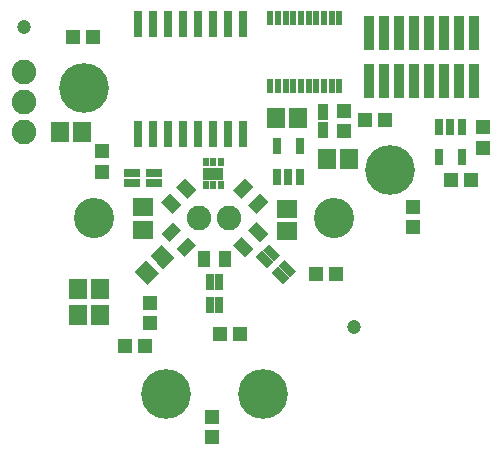
<source format=gbr>
G04 EAGLE Gerber RS-274X export*
G75*
%MOMM*%
%FSLAX34Y34*%
%LPD*%
%INSoldermask Bottom*%
%IPPOS*%
%AMOC8*
5,1,8,0,0,1.08239X$1,22.5*%
G01*
%ADD10C,3.403200*%
%ADD11R,1.503200X1.703200*%
%ADD12R,1.703200X1.503200*%
%ADD13R,0.939800X2.997200*%
%ADD14R,1.203200X1.303200*%
%ADD15R,1.303200X1.203200*%
%ADD16C,1.203200*%
%ADD17R,0.736600X2.184400*%
%ADD18R,0.603200X0.703200*%
%ADD19R,1.803200X1.103200*%
%ADD20R,1.003200X1.403200*%
%ADD21C,2.082800*%
%ADD22R,1.353200X0.753200*%
%ADD23R,0.753200X1.353200*%
%ADD24R,0.803200X1.453200*%
%ADD25R,0.508000X1.193800*%
%ADD26R,0.753200X1.403200*%
%ADD27R,0.953200X1.453200*%
%ADD28C,4.216400*%


D10*
X84580Y244350D03*
X287780Y244350D03*
D11*
X281330Y294640D03*
X300330Y294640D03*
D12*
X247650Y252070D03*
X247650Y233070D03*
D11*
X74270Y317500D03*
X55270Y317500D03*
D12*
X125730Y234340D03*
X125730Y253340D03*
D11*
X89510Y184150D03*
X70510Y184150D03*
X89510Y162560D03*
X70510Y162560D03*
D13*
X406400Y360680D03*
X406400Y401320D03*
X393700Y360680D03*
X393700Y401320D03*
X381000Y360680D03*
X381000Y401320D03*
X368300Y360680D03*
X368300Y401320D03*
X355600Y360680D03*
X355600Y401320D03*
X342900Y360680D03*
X342900Y401320D03*
X330200Y360680D03*
X330200Y401320D03*
X317500Y360680D03*
X317500Y401320D03*
D14*
X66430Y397510D03*
X83430Y397510D03*
D15*
X354330Y253610D03*
X354330Y236610D03*
X184150Y75810D03*
X184150Y58810D03*
D16*
X25400Y406400D03*
X304800Y152400D03*
D17*
X121920Y408813D03*
X134620Y408813D03*
X147320Y408813D03*
X160020Y408813D03*
X172720Y408813D03*
X185420Y408813D03*
X198120Y408813D03*
X210820Y408813D03*
X210820Y315087D03*
X198120Y315087D03*
X185420Y315087D03*
X172720Y315087D03*
X160020Y315087D03*
X147320Y315087D03*
X134620Y315087D03*
X121920Y315087D03*
D18*
X178920Y291440D03*
X185420Y291440D03*
X191920Y291440D03*
X191920Y272440D03*
X185420Y272440D03*
X178920Y272440D03*
D19*
X185420Y281940D03*
D20*
G36*
X224948Y265033D02*
X232041Y257940D01*
X222120Y248019D01*
X215027Y255112D01*
X224948Y265033D01*
G37*
G36*
X212220Y277761D02*
X219313Y270668D01*
X209392Y260747D01*
X202299Y267840D01*
X212220Y277761D01*
G37*
D21*
X173480Y244350D03*
X198880Y244350D03*
D20*
G36*
X219313Y218282D02*
X212220Y211189D01*
X202299Y221110D01*
X209392Y228203D01*
X219313Y218282D01*
G37*
G36*
X232041Y231010D02*
X224948Y223917D01*
X215027Y233838D01*
X222120Y240931D01*
X232041Y231010D01*
G37*
X177690Y209550D03*
X195690Y209550D03*
G36*
X148432Y223917D02*
X141339Y231010D01*
X151260Y240931D01*
X158353Y233838D01*
X148432Y223917D01*
G37*
G36*
X161160Y211189D02*
X154067Y218282D01*
X163988Y228203D01*
X171081Y221110D01*
X161160Y211189D01*
G37*
G36*
X154067Y270668D02*
X161160Y277761D01*
X171081Y267840D01*
X163988Y260747D01*
X154067Y270668D01*
G37*
G36*
X141339Y257940D02*
X148432Y265033D01*
X158353Y255112D01*
X151260Y248019D01*
X141339Y257940D01*
G37*
D22*
G36*
X245897Y209009D02*
X255465Y199441D01*
X250139Y194115D01*
X240571Y203683D01*
X245897Y209009D01*
G37*
G36*
X240240Y203353D02*
X249808Y193785D01*
X244482Y188459D01*
X234914Y198027D01*
X240240Y203353D01*
G37*
G36*
X226805Y216788D02*
X236373Y207220D01*
X231047Y201894D01*
X221479Y211462D01*
X226805Y216788D01*
G37*
G36*
X232462Y222445D02*
X242030Y212877D01*
X236704Y207551D01*
X227136Y217119D01*
X232462Y222445D01*
G37*
D23*
X190500Y170840D03*
X182500Y170840D03*
X182500Y189840D03*
X190500Y189840D03*
D22*
G36*
X139160Y197333D02*
X129592Y187765D01*
X124266Y193091D01*
X133834Y202659D01*
X139160Y197333D01*
G37*
G36*
X133503Y202990D02*
X123935Y193422D01*
X118609Y198748D01*
X128177Y208316D01*
X133503Y202990D01*
G37*
G36*
X146938Y216425D02*
X137370Y206857D01*
X132044Y212183D01*
X141612Y221751D01*
X146938Y216425D01*
G37*
G36*
X152595Y210769D02*
X143027Y201201D01*
X137701Y206527D01*
X147269Y216095D01*
X152595Y210769D01*
G37*
X116230Y274320D03*
X116230Y282320D03*
X135230Y282320D03*
X135230Y274320D03*
D14*
X272170Y196850D03*
X289170Y196850D03*
X190890Y146050D03*
X207890Y146050D03*
D15*
X132080Y172330D03*
X132080Y155330D03*
X91440Y283600D03*
X91440Y300600D03*
D21*
X25400Y342900D03*
X25400Y317500D03*
X25400Y368300D03*
D24*
X376580Y321110D03*
X386080Y321110D03*
X395580Y321110D03*
X395580Y296110D03*
X376580Y296110D03*
D14*
X386470Y276860D03*
X403470Y276860D03*
D15*
X414020Y320920D03*
X414020Y303920D03*
D25*
X233640Y413988D03*
X240140Y413988D03*
X246640Y413988D03*
X253140Y413988D03*
X259640Y413988D03*
X266140Y413988D03*
X272640Y413988D03*
X279140Y413988D03*
X279140Y355632D03*
X272640Y355632D03*
X266140Y355632D03*
X259640Y355632D03*
X253140Y355632D03*
X246640Y355632D03*
X240140Y355632D03*
X233640Y355632D03*
X285640Y413988D03*
X292140Y413988D03*
X285640Y355632D03*
X292140Y355632D03*
D15*
X127880Y135890D03*
X110880Y135890D03*
D11*
X257150Y328930D03*
X238150Y328930D03*
D26*
X258420Y279099D03*
X248920Y279099D03*
X239420Y279099D03*
X239420Y305101D03*
X258420Y305101D03*
D15*
X314080Y327660D03*
X331080Y327660D03*
X295910Y317890D03*
X295910Y334890D03*
D27*
X278130Y318390D03*
X278130Y334390D03*
D28*
X75692Y354584D03*
X335026Y284734D03*
X145034Y94996D03*
X227330Y94996D03*
M02*

</source>
